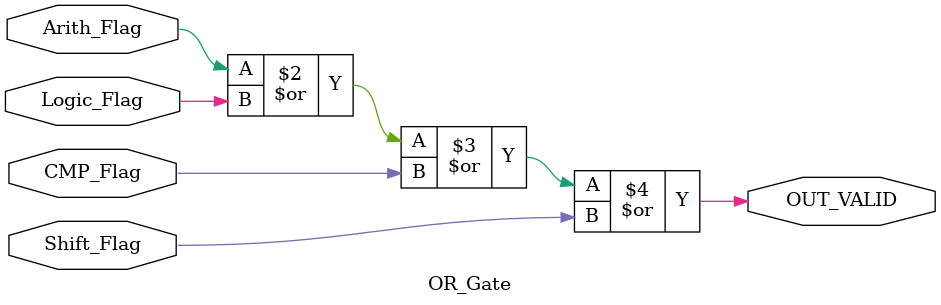
<source format=v>
module OR_Gate (
    input wire Arith_Flag,Logic_Flag,CMP_Flag,Shift_Flag,
    output reg OUT_VALID
);

always @(*) 
begin
    OUT_VALID =  (Arith_Flag | Logic_Flag | CMP_Flag | Shift_Flag);
end
endmodule
</source>
